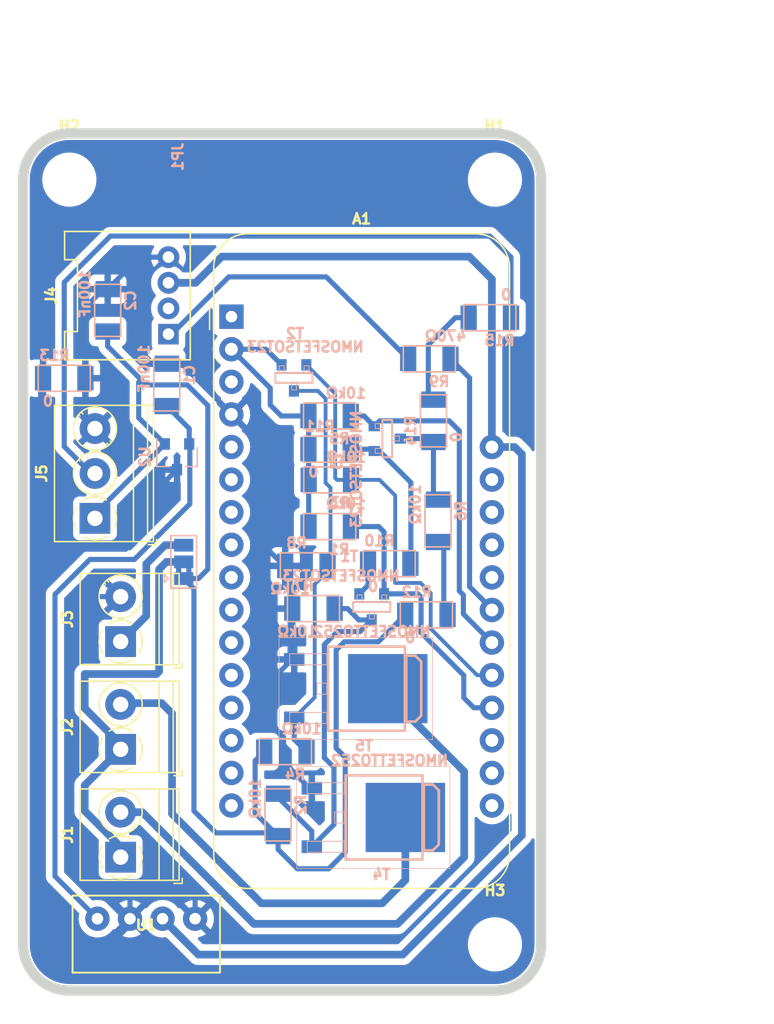
<source format=kicad_pcb>
(kicad_pcb (version 20211014) (generator pcbnew)
  (layers (0 "F.Cu" signal) (31 "B.Cu" signal) (34 "B.Paste" user) (35 "F.Paste" user) (36 "B.SilkS" user "B.Silkscreen") (37 "F.SilkS" user "F.Silkscreen") (38 "B.Mask" user) (39 "F.Mask" user) (44 "Edge.Cuts" user))
  (net 0 "")
  (net 1 "LIGHTMSFT_2_L")
  (net 2 "LIGHTMSFT_1_L")
  (net 3 "LASERPWM_L")
  (net 4 "LEDSTRIP")
  (net 5 "VBAT")
  (net 6 "3V3")
  (net 7 "GND")
  (net 8 "Net-(C1-Pad1)")
  (net 9 "5V")
  (net 10 "LIGHTMSFT_1")
  (net 11 "VOUT")
  (net 12 "LIGHTMSFT_2")
  (net 13 "VIN")
  (net 14 "LIGHTMSFT_2_H")
  (net 15 "LIGHTMSFT_1_H")
  (net 16 "LASERPWM_H")
  (net 39 "Net-(A1-Pad23)")
  (footprint "Module:Adafruit_Feather" (layer "F.Cu") (at 130.64 69.48)
    (fp_text reference "A1" (at 10.16 -7.62) (layer "F.SilkS") (effects (font (size 0.8 0.8) (thickness 0.2))))
    (fp_text value "Adafruit_Feather_32u4_BluefruitLE")
    (pad "1" thru_hole rect (at 0 0 180) (size 1.9 1.9) (drill 0.9) (layers *.Cu *.Mask))
    (pad "2" thru_hole circle (at 0 2.54 180) (size 1.9 1.9) (drill 1) (layers *.Cu *.Mask) (net 6 "3V3"))
    (pad "3" thru_hole circle (at 0 5.08 180) (size 1.9 1.9) (drill 1) (layers *.Cu *.Mask))
    (pad "4" thru_hole circle (at 0 7.62 180) (size 1.9 1.9) (drill 1) (layers *.Cu *.Mask) (net 7 "GND"))
    (pad "5" thru_hole circle (at 0 10.16 180) (size 1.9 1.9) (drill 1) (layers *.Cu *.Mask))
    (pad "6" thru_hole circle (at 0 12.7 180) (size 1.9 1.9) (drill 1) (layers *.Cu *.Mask))
    (pad "7" thru_hole circle (at 0 15.24 180) (size 1.9 1.9) (drill 1) (layers *.Cu *.Mask))
    (pad "8" thru_hole circle (at 0 17.78 180) (size 1.9 1.9) (drill 1) (layers *.Cu *.Mask))
    (pad "9" thru_hole circle (at 0 20.32 180) (size 1.9 1.9) (drill 1) (layers *.Cu *.Mask))
    (pad "10" thru_hole circle (at 0 22.86 180) (size 1.9 1.9) (drill 1) (layers *.Cu *.Mask))
    (pad "11" thru_hole circle (at 0 25.4 180) (size 1.9 1.9) (drill 1) (layers *.Cu *.Mask))
    (pad "12" thru_hole circle (at 0 27.94 180) (size 1.9 1.9) (drill 1) (layers *.Cu *.Mask))
    (pad "13" thru_hole circle (at 0 30.48 180) (size 1.9 1.9) (drill 1) (layers *.Cu *.Mask))
    (pad "14" thru_hole circle (at 0 33.02 180) (size 1.9 1.9) (drill 1) (layers *.Cu *.Mask))
    (pad "15" thru_hole circle (at 0 35.56 180) (size 1.9 1.9) (drill 1) (layers *.Cu *.Mask))
    (pad "16" thru_hole circle (at 0 38.1 180) (size 1.9 1.9) (drill 1) (layers *.Cu *.Mask))
    (pad "17" thru_hole circle (at 20.32 38.1 180) (size 1.9 1.9) (drill 1) (layers *.Cu *.Mask))
    (pad "18" thru_hole circle (at 20.32 35.56 180) (size 1.9 1.9) (drill 1) (layers *.Cu *.Mask))
    (pad "19" thru_hole circle (at 20.32 33.02 180) (size 1.9 1.9) (drill 1) (layers *.Cu *.Mask))
    (pad "20" thru_hole circle (at 20.32 30.48 180) (size 1.9 1.9) (drill 1) (layers *.Cu *.Mask) (net 1 "LIGHTMSFT_2_L"))
    (pad "21" thru_hole circle (at 20.32 27.94 180) (size 1.9 1.9) (drill 1) (layers *.Cu *.Mask) (net 2 "LIGHTMSFT_1_L"))
    (pad "22" thru_hole circle (at 20.32 25.4 180) (size 1.9 1.9) (drill 1) (layers *.Cu *.Mask) (net 3 "LASERPWM_L"))
    (pad "23" thru_hole circle (at 20.32 22.86 180) (size 1.9 1.9) (drill 1) (layers *.Cu *.Mask) (net 39 "Net-(A1-Pad23)"))
    (pad "24" thru_hole circle (at 20.32 20.32 180) (size 1.9 1.9) (drill 1) (layers *.Cu *.Mask))
    (pad "25" thru_hole circle (at 20.32 17.78 180) (size 1.9 1.9) (drill 1) (layers *.Cu *.Mask))
    (pad "26" thru_hole circle (at 20.32 15.24 180) (size 1.9 1.9) (drill 1) (layers *.Cu *.Mask))
    (pad "27" thru_hole circle (at 20.32 12.7 180) (size 1.9 1.9) (drill 1) (layers *.Cu *.Mask))
    (pad "28" thru_hole circle (at 20.32 10.16 180) (size 1.9 1.9) (drill 1) (layers *.Cu *.Mask) (net 5 "VBAT"))
  )
  (footprint "TerminalBlock_Phoenix:TerminalBlock_Phoenix_PT-1,5-2-3.5-H_1x02_P3.50mm_Horizontal" (layer "F.Cu") (at 121.999695 111.599721 90)
    (fp_text reference "J1" (at 1.75 -4.16 90) (layer "F.SilkS") (effects (font (size 0.8 0.8) (thickness 0.2))))
    (fp_text value "Screw_Terminal_01x02")
    (pad "1" thru_hole rect (at 0 0 90) (size 2.4 2.4) (drill 1.2) (layers *.Cu *.Mask) (net 11 "VOUT"))
    (pad "2" thru_hole circle (at 3.5 0 90) (size 2.4 2.4) (drill 1.2) (layers *.Cu *.Mask) (net 10 "LIGHTMSFT_1"))
  )
  (footprint "TerminalBlock_Phoenix:TerminalBlock_Phoenix_PT-1,5-2-3.5-H_1x02_P3.50mm_Horizontal" (layer "F.Cu") (at 121.999695 103.199742 90)
    (fp_text reference "J2" (at 1.75 -4.16 90) (layer "F.SilkS") (effects (font (size 0.8 0.8) (thickness 0.2))))
    (fp_text value "Screw_Terminal_01x02")
    (pad "1" thru_hole rect (at 0 0 90) (size 2.4 2.4) (drill 1.2) (layers *.Cu *.Mask) (net 11 "VOUT"))
    (pad "2" thru_hole circle (at 3.5 0 90) (size 2.4 2.4) (drill 1.2) (layers *.Cu *.Mask) (net 12 "LIGHTMSFT_2"))
  )
  (footprint "TerminalBlock_Phoenix:TerminalBlock_Phoenix_PT-1,5-2-3.5-H_1x02_P3.50mm_Horizontal" (layer "F.Cu") (at 121.999695 94.799763 90)
    (fp_text reference "J3" (at 1.75 -4.16 90) (layer "F.SilkS") (effects (font (size 0.8 0.8) (thickness 0.2))))
    (fp_text value "Screw_Terminal_01x02")
    (pad "1" thru_hole rect (at 0 0 90) (size 2.4 2.4) (drill 1.2) (layers *.Cu *.Mask) (net 13 "VIN"))
    (pad "2" thru_hole circle (at 3.5 0 90) (size 2.4 2.4) (drill 1.2) (layers *.Cu *.Mask) (net 7 "GND"))
  )
  (footprint "Converter_DCDC:Converter_DCDC_RECOM_RO_3.309S" (layer "F.Cu") (at 123.99969 116.399709)
    (fp_text reference "U1" (at 0 0.5) (layer "F.SilkS") (effects (font (size 0.8 0.8) (thickness 0.2))))
    (fp_text value "RO3.3-9S")
    (pad "1" thru_hole circle (at 3.81 0) (size 1.9 1.9) (drill 0.9) (layers *.Cu *.Mask) (net 7 "GND"))
    (pad "2" thru_hole circle (at 1.27 0) (size 1.9 1.9) (drill 0.9) (layers *.Cu *.Mask) (net 5 "VBAT"))
    (pad "3" thru_hole circle (at -1.27 0) (size 1.9 1.9) (drill 0.9) (layers *.Cu *.Mask) (net 7 "GND"))
    (pad "4" thru_hole circle (at -3.81 0) (size 1.9 1.9) (drill 0.9) (layers *.Cu *.Mask) (net 8 "Net-(C1-Pad1)"))
  )
  (footprint "OPL_Connector:HW4-2.0-90D" (layer "F.Cu") (at 122.53 67.84 90)
    (fp_text reference "J4" (at 0 -5.95 90) (layer "F.SilkS") (effects (font (size 0.8 0.8) (thickness 0.2))))
    (fp_text value "GROVE-CONNECTOR-DIP-90D_4P-2.0_")
    (pad "1" thru_hole rect (at -2.99974 3.20012 90) (size 1.6 1.6) (drill 0.9) (layers *.Cu *.Mask) (net 4 "LEDSTRIP"))
    (pad "2" thru_hole circle (at -0.99822 3.2 90) (size 1.7 1.7) (drill 0.9) (layers *.Cu *.Mask))
    (pad "3" thru_hole circle (at 0.99822 3.2 90) (size 1.7 1.7) (drill 0.9) (layers *.Cu *.Mask) (net 5 "VBAT"))
    (pad "4" thru_hole circle (at 2.99974 3.2 90) (size 1.7 1.7) (drill 0.9) (layers *.Cu *.Mask) (net 7 "GND"))
  )
  (footprint "TerminalBlock_Phoenix:TerminalBlock_Phoenix_PT-1,5-3-3.5-H_1x03_P3.50mm_Horizontal" (layer "F.Cu") (at 119.9997 85.199787 90)
    (fp_text reference "J5" (at 3.5 -4.16 90) (layer "F.SilkS") (effects (font (size 0.8 0.8) (thickness 0.2))))
    (fp_text value "Screw_Terminal_01x03")
    (pad "1" thru_hole rect (at 0 0 90) (size 2.4 2.4) (drill 1.2) (layers *.Cu *.Mask) (net 9 "5V"))
    (pad "2" thru_hole circle (at 3.5 0 90) (size 2.4 2.4) (drill 1.2) (layers *.Cu *.Mask) (net 16 "LASERPWM_H"))
    (pad "3" thru_hole circle (at 7 0 90) (size 2.4 2.4) (drill 1.2) (layers *.Cu *.Mask) (net 7 "GND"))
  )
  (footprint "MountingHole:MountingHole_3.2mm_M3" (layer "F.Cu") (at 151.199622 58.799853)
    (fp_text reference "H1" (at 0 -4.2) (layer "F.SilkS") (effects (font (size 0.8 0.8) (thickness 0.2))))
    (fp_text value "MountingHole")
    (pad "" np_thru_hole circle (at 0 0) (size 3.2 3.2) (drill 3.2) (layers *.Cu *.Mask))
  )
  (footprint "MountingHole:MountingHole_3.2mm_M3" (layer "F.Cu") (at 117.999705 58.799853)
    (fp_text reference "H2" (at 0 -4.2) (layer "F.SilkS") (effects (font (size 0.8 0.8) (thickness 0.2))))
    (fp_text value "MountingHole")
    (pad "" np_thru_hole circle (at 0 0) (size 3.2 3.2) (drill 3.2) (layers *.Cu *.Mask))
  )
  (footprint "MountingHole:MountingHole_3.2mm_M3" (layer "F.Cu") (at 151.199622 118.399704)
    (fp_text reference "H3" (at 0 -4.2) (layer "F.SilkS") (effects (font (size 0.8 0.8) (thickness 0.2))))
    (fp_text value "MountingHole")
    (pad "" np_thru_hole circle (at 0 0) (size 3.2 3.2) (drill 3.2) (layers *.Cu *.Mask))
  )
  (footprint "fab:fab-C1206FAB" (layer "B.Cu") (at 125.599686 74.799813 90)
    (fp_text reference "C1" (at 0.762 1.778 270) (layer "B.SilkS") (effects (font (size 0.8 0.8) (thickness 0.2)) (justify mirror)))
    (fp_text value "100nF" (at 1.27 -1.778 270) (layer "B.SilkS") (effects (font (size 0.8 0.8) (thickness 0.2)) (justify mirror)))
    (pad "1" smd rect locked (at -1.651 0 90) (size 1.27 1.905) (layers "B.Cu" "B.Paste" "B.Mask") (net 8 "Net-(C1-Pad1)"))
    (pad "2" smd rect locked (at 1.651 0 90) (size 1.27 1.905) (layers "B.Cu" "B.Paste" "B.Mask") (net 7 "GND"))
  )
  (footprint "fab:fab-C1206FAB" (layer "B.Cu") (at 120.99 68.99 90)
    (fp_text reference "C2" (at 0.762 1.778 270) (layer "B.SilkS") (effects (font (size 0.8 0.8) (thickness 0.2)) (justify mirror)))
    (fp_text value "100nF" (at 1.27 -1.778 270) (layer "B.SilkS") (effects (font (size 0.8 0.8) (thickness 0.2)) (justify mirror)))
    (pad "1" smd rect locked (at -1.651 0 90) (size 1.27 1.905) (layers "B.Cu" "B.Paste" "B.Mask") (net 9 "5V"))
    (pad "2" smd rect locked (at 1.651 0 90) (size 1.27 1.905) (layers "B.Cu" "B.Paste" "B.Mask") (net 7 "GND"))
  )
  (footprint "Jumper:SolderJumper-3_P1.3mm_Bridged2Bar12_Pad1.0x1.5mm" (layer "B.Cu") (at 126.9225 88.59 90)
    (fp_text reference "JP1" (at 31.564001 -0.4545 90) (layer "B.SilkS") (effects (font (size 0.8 0.8) (thickness 0.2)) (justify mirror)))
    (fp_text value "SolderJumper_3_Bridged12")
    (fp_poly (pts (xy -0.9 0.6) (xy -0.4 0.6) (xy -0.4 0.2) (xy -0.9 0.2)) (layer "B.Cu") (width 0) (fill solid))
    (fp_poly (pts (xy -0.9 -0.2) (xy -0.4 -0.2) (xy -0.4 -0.6) (xy -0.9 -0.6)) (layer "B.Cu") (width 0) (fill solid))
    (pad "1" smd rect locked (at -1.3 0 90) (size 1 1.5) (layers "B.Cu" "B.Mask") (net 9 "5V"))
    (pad "2" smd rect locked (at 0 0 90) (size 1 1.5) (layers "B.Cu" "B.Mask") (net 11 "VOUT"))
    (pad "3" smd rect locked (at 1.3 0 90) (size 1 1.5) (layers "B.Cu" "B.Mask") (net 13 "VIN"))
  )
  (footprint "fab:fab-R1206FAB" (layer "B.Cu") (at 138.31 85.84)
    (fp_text reference "R1" (at 0.762 1.778) (layer "B.SilkS") (effects (font (size 0.8 0.8) (thickness 0.2)) (justify mirror)))
    (fp_text value "10kΩ" (at 1.27 -1.778) (layer "B.SilkS") (effects (font (size 0.8 0.8) (thickness 0.2)) (justify mirror)))
    (pad "1" smd rect locked (at -1.651 0) (size 1.27 1.905) (layers "B.Cu" "B.Paste" "B.Mask") (net 6 "3V3"))
    (pad "2" smd rect locked (at 1.651 0) (size 1.27 1.905) (layers "B.Cu" "B.Paste" "B.Mask") (net 1 "LIGHTMSFT_2_L"))
  )
  (footprint "fab:fab-R1206FAB" (layer "B.Cu") (at 134.28 108.31 90)
    (fp_text reference "R2" (at 0.762 1.778 90) (layer "B.SilkS") (effects (font (size 0.8 0.8) (thickness 0.2)) (justify mirror)))
    (fp_text value "10kΩ" (at 1.27 -1.778 90) (layer "B.SilkS") (effects (font (size 0.8 0.8) (thickness 0.2)) (justify mirror)))
    (pad "1" smd rect locked (at -1.651 0 90) (size 1.27 1.905) (layers "B.Cu" "B.Paste" "B.Mask") (net 9 "5V"))
    (pad "2" smd rect locked (at 1.651 0 90) (size 1.27 1.905) (layers "B.Cu" "B.Paste" "B.Mask") (net 14 "LIGHTMSFT_2_H"))
  )
  (footprint "fab:fab-R1206FAB" (layer "B.Cu") (at 138.32 82.2)
    (fp_text reference "R3" (at 0.762 1.778) (layer "B.SilkS") (effects (font (size 0.8 0.8) (thickness 0.2)) (justify mirror)))
    (fp_text value "10kΩ" (at 1.27 -1.778) (layer "B.SilkS") (effects (font (size 0.8 0.8) (thickness 0.2)) (justify mirror)))
    (pad "1" smd rect locked (at -1.651 0) (size 1.27 1.905) (layers "B.Cu" "B.Paste" "B.Mask") (net 6 "3V3"))
    (pad "2" smd rect locked (at 1.651 0) (size 1.27 1.905) (layers "B.Cu" "B.Paste" "B.Mask") (net 2 "LIGHTMSFT_1_L"))
  )
  (footprint "fab:fab-R1206FAB" (layer "B.Cu") (at 134.85 103.38)
    (fp_text reference "R4" (at 0.762 1.778) (layer "B.SilkS") (effects (font (size 0.8 0.8) (thickness 0.2)) (justify mirror)))
    (fp_text value "10kΩ" (at 1.27 -1.778) (layer "B.SilkS") (effects (font (size 0.8 0.8) (thickness 0.2)) (justify mirror)))
    (pad "1" smd rect locked (at -1.651 0) (size 1.27 1.905) (layers "B.Cu" "B.Paste" "B.Mask") (net 9 "5V"))
    (pad "2" smd rect locked (at 1.651 0) (size 1.27 1.905) (layers "B.Cu" "B.Paste" "B.Mask") (net 15 "LIGHTMSFT_1_H"))
  )
  (footprint "fab:fab-R1206FAB" (layer "B.Cu") (at 138.3 77.22)
    (fp_text reference "R5" (at 0.762 1.778) (layer "B.SilkS") (effects (font (size 0.8 0.8) (thickness 0.2)) (justify mirror)))
    (fp_text value "10kΩ" (at 1.27 -1.778) (layer "B.SilkS") (effects (font (size 0.8 0.8) (thickness 0.2)) (justify mirror)))
    (pad "1" smd rect locked (at -1.651 0) (size 1.27 1.905) (layers "B.Cu" "B.Paste" "B.Mask") (net 6 "3V3"))
    (pad "2" smd rect locked (at 1.651 0) (size 1.27 1.905) (layers "B.Cu" "B.Paste" "B.Mask") (net 3 "LASERPWM_L"))
  )
  (footprint "fab:fab-R1206FAB" (layer "B.Cu") (at 146.76 85.39 90)
    (fp_text reference "R6" (at 0.762 1.778 90) (layer "B.SilkS") (effects (font (size 0.8 0.8) (thickness 0.2)) (justify mirror)))
    (fp_text value "10kΩ" (at 1.27 -1.778 90) (layer "B.SilkS") (effects (font (size 0.8 0.8) (thickness 0.2)) (justify mirror)))
    (pad "1" smd rect locked (at -1.651 0 90) (size 1.27 1.905) (layers "B.Cu" "B.Paste" "B.Mask") (net 9 "5V"))
    (pad "2" smd rect locked (at 1.651 0 90) (size 1.27 1.905) (layers "B.Cu" "B.Paste" "B.Mask") (net 16 "LASERPWM_H"))
  )
  (footprint "fab:fab-R1206FAB" (layer "B.Cu") (at 137.04 92.23 180)
    (fp_text reference "R7" (at 0.762 1.778) (layer "B.SilkS") (effects (font (size 0.8 0.8) (thickness 0.2)) (justify mirror)))
    (fp_text value "10kΩ" (at 1.27 -1.778) (layer "B.SilkS") (effects (font (size 0.8 0.8) (thickness 0.2)) (justify mirror)))
    (pad "1" smd rect locked (at -1.651 0 180) (size 1.27 1.905) (layers "B.Cu" "B.Paste" "B.Mask") (net 14 "LIGHTMSFT_2_H"))
    (pad "2" smd rect locked (at 1.651 0 180) (size 1.27 1.905) (layers "B.Cu" "B.Paste" "B.Mask") (net 7 "GND"))
  )
  (footprint "fab:fab-R1206FAB" (layer "B.Cu") (at 136.49 88.9 180)
    (fp_text reference "R8" (at 0.762 1.778) (layer "B.SilkS") (effects (font (size 0.8 0.8) (thickness 0.2)) (justify mirror)))
    (fp_text value "10kΩ" (at 1.27 -1.778) (layer "B.SilkS") (effects (font (size 0.8 0.8) (thickness 0.2)) (justify mirror)))
    (pad "1" smd rect locked (at -1.651 0 180) (size 1.27 1.905) (layers "B.Cu" "B.Paste" "B.Mask") (net 15 "LIGHTMSFT_1_H"))
    (pad "2" smd rect locked (at 1.651 0 180) (size 1.27 1.905) (layers "B.Cu" "B.Paste" "B.Mask") (net 7 "GND"))
  )
  (footprint "fab:fab-SOT-23" (layer "B.Cu") (at 141.61 92.1 180)
    (fp_text reference "T1" (at 1.778 3.937) (layer "B.SilkS") (effects (font (size 0.8 0.8) (thickness 0.2)) (justify mirror)))
    (fp_text value "NMOSFETSOT23" (at 2.413 2.413) (layer "B.SilkS") (effects (font (size 0.8 0.8) (thickness 0.2)) (justify mirror)))
    (pad "1" smd rect locked (at 0.0254 -1.016 180) (size 0.7874 0.889) (layers "B.Cu" "B.Paste" "B.Mask") (net 14 "LIGHTMSFT_2_H"))
    (pad "2" smd rect locked (at -0.9398 1.016 180) (size 0.7874 0.889) (layers "B.Cu" "B.Paste" "B.Mask") (net 1 "LIGHTMSFT_2_L"))
    (pad "3" smd rect locked (at 0.9906 1.016 180) (size 0.7874 0.889) (layers "B.Cu" "B.Paste" "B.Mask") (net 6 "3V3"))
  )
  (footprint "fab:fab-SOT-23" (layer "B.Cu") (at 135.5454 74.25 180)
    (fp_text reference "T2" (at -0.054261 3.450177) (layer "B.SilkS") (effects (font (size 0.8 0.8) (thickness 0.2)) (justify mirror)))
    (fp_text value "NMOSFETSOT23" (at -0.854259 2.413) (layer "B.SilkS") (effects (font (size 0.8 0.8) (thickness 0.2)) (justify mirror)))
    (pad "1" smd rect locked (at 0.0254 -1.016 180) (size 0.7874 0.889) (layers "B.Cu" "B.Paste" "B.Mask") (net 15 "LIGHTMSFT_1_H"))
    (pad "2" smd rect locked (at -0.9398 1.016 180) (size 0.7874 0.889) (layers "B.Cu" "B.Paste" "B.Mask") (net 2 "LIGHTMSFT_1_L"))
    (pad "3" smd rect locked (at 0.9906 1.016 180) (size 0.7874 0.889) (layers "B.Cu" "B.Paste" "B.Mask") (net 6 "3V3"))
  )
  (footprint "fab:fab-SOT-23" (layer "B.Cu") (at 142.799643 78.96 -90)
    (fp_text reference "T3" (at 1.778 3.937 90) (layer "B.SilkS") (effects (font (size 0.8 0.8) (thickness 0.2)) (justify mirror)))
    (fp_text value "NMOSFETSOT23" (at 2.413 2.413 90) (layer "B.SilkS") (effects (font (size 0.8 0.8) (thickness 0.2)) (justify mirror)))
    (pad "1" smd rect locked (at 0.0254 -1.016 270) (size 0.7874 0.889) (layers "B.Cu" "B.Paste" "B.Mask") (net 16 "LASERPWM_H"))
    (pad "2" smd rect locked (at -0.9398 1.016 270) (size 0.7874 0.889) (layers "B.Cu" "B.Paste" "B.Mask") (net 3 "LASERPWM_L"))
    (pad "3" smd rect locked (at 0.9906 1.016 270) (size 0.7874 0.889) (layers "B.Cu" "B.Paste" "B.Mask") (net 6 "3V3"))
  )
  (footprint "fab:fab-TO252" (layer "B.Cu") (at 141.71 108.51 90)
    (fp_text reference "T4" (at -4.445 0.635) (layer "B.SilkS") (effects (font (size 0.8 0.8) (thickness 0.2)) (justify mirror)))
    (fp_text value "NMOSFETTO252" (at 4.445 1.27) (layer "B.SilkS") (effects (font (size 0.8 0.8) (thickness 0.2)) (justify mirror)))
    (pad "1" smd rect locked (at -2.27838 -4.79806 90) (size 0.99822 1.59766) (layers "B.Cu" "B.Paste" "B.Mask") (net 14 "LIGHTMSFT_2_H"))
    (pad "2" smd rect locked (at 2.27838 -4.79806 90) (size 0.99822 1.59766) (layers "B.Cu" "B.Paste" "B.Mask") (net 7 "GND"))
    (pad "3" smd rect locked (at 0 2.49936 90) (size 5.3975 6.1976) (layers "B.Cu" "B.Paste" "B.Mask") (net 12 "LIGHTMSFT_2"))
  )
  (footprint "fab:fab-TO252" (layer "B.Cu") (at 140.34 98.47 90)
    (fp_text reference "T5" (at -4.445 0.635) (layer "B.SilkS") (effects (font (size 0.8 0.8) (thickness 0.2)) (justify mirror)))
    (fp_text value "NMOSFETTO252" (at 4.445 1.27) (layer "B.SilkS") (effects (font (size 0.8 0.8) (thickness 0.2)) (justify mirror)))
    (pad "1" smd rect locked (at -2.27838 -4.79806 90) (size 0.99822 1.59766) (layers "B.Cu" "B.Paste" "B.Mask") (net 15 "LIGHTMSFT_1_H"))
    (pad "2" smd rect locked (at 2.27838 -4.79806 90) (size 0.99822 1.59766) (layers "B.Cu" "B.Paste" "B.Mask") (net 7 "GND"))
    (pad "3" smd rect locked (at 0 2.49936 90) (size 5.3975 6.1976) (layers "B.Cu" "B.Paste" "B.Mask") (net 10 "LIGHTMSFT_1"))
  )
  (footprint "Package_TO_SOT_SMD:SOT-23" (layer "B.Cu") (at 126.399684 80.399799 -90)
    (fp_text reference "U2" (at 0 2.5 90) (layer "B.SilkS") (effects (font (size 0.8 0.8) (thickness 0.2)) (justify mirror)))
    (fp_text value "LM3480-5.0")
    (pad "1" smd rect locked (at -1 0.95 270) (size 0.9 0.8) (layers "B.Cu" "B.Paste" "B.Mask") (net 9 "5V"))
    (pad "2" smd rect locked (at -1 -0.95 270) (size 0.9 0.8) (layers "B.Cu" "B.Paste" "B.Mask") (net 8 "Net-(C1-Pad1)"))
    (pad "3" smd rect locked (at 1 0 270) (size 0.9 0.8) (layers "B.Cu" "B.Paste" "B.Mask") (net 7 "GND"))
  )
  (footprint "fab:fab-R1206FAB" (layer "B.Cu") (at 138.3 79.81 180)
    (fp_text reference "R11" (at 0.762 1.778) (layer "B.SilkS") (effects (font (size 0.8 0.8) (thickness 0.2)) (justify mirror)))
    (fp_text value "0" (at 1.27 -1.778) (layer "B.SilkS") (effects (font (size 0.8 0.8) (thickness 0.2)) (justify mirror)))
    (pad "1" smd rect locked (at -1.651 0 180) (size 1.27 1.905) (layers "B.Cu" "B.Paste" "B.Mask") (net 6 "3V3"))
    (pad "2" smd rect locked (at 1.651 0 180) (size 1.27 1.905) (layers "B.Cu" "B.Paste" "B.Mask") (net 6 "3V3"))
  )
  (footprint "fab:fab-R1206FAB" (layer "B.Cu") (at 117.6 74.28 180)
    (fp_text reference "R13" (at 0.762 1.778) (layer "B.SilkS") (effects (font (size 0.8 0.8) (thickness 0.2)) (justify mirror)))
    (fp_text value "0" (at 1.27 -1.778) (layer "B.SilkS") (effects (font (size 0.8 0.8) (thickness 0.2)) (justify mirror)))
    (pad "1" smd rect locked (at -1.651 0 180) (size 1.27 1.905) (layers "B.Cu" "B.Paste" "B.Mask") (net 7 "GND"))
    (pad "2" smd rect locked (at 1.651 0 180) (size 1.27 1.905) (layers "B.Cu" "B.Paste" "B.Mask") (net 7 "GND"))
  )
  (footprint "fab:fab-R1206FAB" (layer "B.Cu") (at 142.95 88.73 180)
    (fp_text reference "R10" (at 0.762 1.778) (layer "B.SilkS") (effects (font (size 0.8 0.8) (thickness 0.2)) (justify mirror)))
    (fp_text value "0" (at 1.27 -1.778) (layer "B.SilkS") (effects (font (size 0.8 0.8) (thickness 0.2)) (justify mirror)))
    (pad "1" smd rect locked (at -1.651 0 180) (size 1.27 1.905) (layers "B.Cu" "B.Paste" "B.Mask") (net 6 "3V3"))
    (pad "2" smd rect locked (at 1.651 0 180) (size 1.27 1.905) (layers "B.Cu" "B.Paste" "B.Mask") (net 6 "3V3"))
  )
  (footprint "fab:fab-R1206FAB" (layer "B.Cu") (at 150.799623 69.56)
    (fp_text reference "R15" (at 0.762 1.778) (layer "B.SilkS") (effects (font (size 0.8 0.8) (thickness 0.2)) (justify mirror)))
    (fp_text value "0" (at 1.27 -1.778) (layer "B.SilkS") (effects (font (size 0.8 0.8) (thickness 0.2)) (justify mirror)))
    (pad "1" smd rect locked (at -1.651 0) (size 1.27 1.905) (layers "B.Cu" "B.Paste" "B.Mask") (net 16 "LASERPWM_H"))
    (pad "2" smd rect locked (at 1.651 0) (size 1.27 1.905) (layers "B.Cu" "B.Paste" "B.Mask") (net 16 "LASERPWM_H"))
  )
  (footprint "fab:fab-R1206FAB" (layer "B.Cu") (at 146.08 72.77)
    (fp_text reference "R9" (at 0.762 1.778) (layer "B.SilkS") (effects (font (size 0.8 0.8) (thickness 0.2)) (justify mirror)))
    (fp_text value "470Ω" (at 1.27 -1.778) (layer "B.SilkS") (effects (font (size 0.8 0.8) (thickness 0.2)) (justify mirror)))
    (pad "1" smd rect locked (at -1.651 0) (size 1.27 1.905) (layers "B.Cu" "B.Paste" "B.Mask") (net 4 "LEDSTRIP"))
    (pad "2" smd rect locked (at 1.651 0) (size 1.27 1.905) (layers "B.Cu" "B.Paste" "B.Mask") (net 39 "Net-(A1-Pad23)"))
  )
  (footprint "fab:fab-R1206FAB" (layer "B.Cu") (at 146.399634 77.599806 -90)
    (fp_text reference "R14" (at 0.762 1.778 90) (layer "B.SilkS") (effects (font (size 0.8 0.8) (thickness 0.2)) (justify mirror)))
    (fp_text value "0" (at 1.27 -1.778 90) (layer "B.SilkS") (effects (font (size 0.8 0.8) (thickness 0.2)) (justify mirror)))
    (pad "1" smd rect locked (at -1.651 0 270) (size 1.27 1.905) (layers "B.Cu" "B.Paste" "B.Mask") (net 16 "LASERPWM_H"))
    (pad "2" smd rect locked (at 1.651 0 270) (size 1.27 1.905) (layers "B.Cu" "B.Paste" "B.Mask") (net 16 "LASERPWM_H"))
  )
  (footprint "fab:fab-R1206FAB" (layer "B.Cu") (at 145.85 92.72 180)
    (fp_text reference "R12" (at 0.762 1.778) (layer "B.SilkS") (effects (font (size 0.8 0.8) (thickness 0.2)) (justify mirror)))
    (fp_text value "0" (at 1.27 -1.778) (layer "B.SilkS") (effects (font (size 0.8 0.8) (thickness 0.2)) (justify mirror)))
    (pad "1" smd rect locked (at -1.651 0 180) (size 1.27 1.905) (layers "B.Cu" "B.Paste" "B.Mask") (net 9 "5V"))
    (pad "2" smd rect locked (at 1.651 0 180) (size 1.27 1.905) (layers "B.Cu" "B.Paste" "B.Mask") (net 9 "5V"))
  )
  (gr_arc (start 151.199622 55.199862) (mid 153.7452 56.254275) (end 154.799613 58.799853) (layer "Edge.Cuts") (width 0.8))
  (gr_line (start 154.799613 58.799853) (end 154.799613 118.399704) (layer "Edge.Cuts") (width 0.8))
  (gr_arc (start 154.799613 118.399704) (mid 153.7452 120.945282) (end 151.199622 121.999695) (layer "Edge.Cuts") (width 0.8))
  (gr_line (start 151.199622 55.199862) (end 117.999705 55.199862) (layer "Edge.Cuts") (width 0.8))
  (gr_line (start 114.399714 118.399704) (end 114.399714 58.799853) (layer "Edge.Cuts") (width 0.8))
  (gr_arc (start 114.399714 58.799853) (mid 115.454127 56.254275) (end 117.999705 55.199862) (layer "Edge.Cuts") (width 0.8))
  (gr_arc (start 117.999705 121.999695) (mid 115.454127 120.945282) (end 114.399714 118.399704) (layer "Edge.Cuts") (width 0.8))
  (gr_line (start 151.199622 121.999695) (end 117.999705 121.999695) (layer "Edge.Cuts") (width 0.8))
  (segment (start 145.436969 94.106951) (end 148.767689 97.437671) (width 0.4) (layer "B.Cu") (net 1))
  (segment (start 142.129308 85.84) (end 139.961 85.84) (width 0.4) (layer "B.Cu") (net 1))
  (segment (start 142.5498 86.260492) (end 142.129308 85.84) (width 0.4) (layer "B.Cu") (net 1))
  (segment (start 142.5498 91.084) (end 142.5498 86.260492) (width 0.4) (layer "B.Cu") (net 1))
  (segment (start 142.5498 91.084) (end 145.185498 91.084) (width 0.4) (layer "B.Cu") (net 1))
  (segment (start 145.436969 91.335471) (end 145.436969 94.106951) (width 0.4) (layer "B.Cu") (net 1))
  (segment (start 145.185498 91.084) (end 145.436969 91.335471) (width 0.4) (layer "B.Cu") (net 1))
  (segment (start 149.55 99.96) (end 150.96 99.96) (width 0.4) (layer "B.Cu") (net 1))
  (segment (start 148.767689 97.437671) (end 148.767689 99.177689) (width 0.4) (layer "B.Cu") (net 1))
  (segment (start 148.767689 99.177689) (end 149.55 99.96) (width 0.4) (layer "B.Cu") (net 1))
  (segment (start 139.971 82.2) (end 142.19985 82.2) (width 0.3) (layer "B.Cu") (net 2))
  (segment (start 146.186489 93.796489) (end 149.81 97.42) (width 0.3) (layer "B.Cu") (net 2))
  (segment (start 138.89 82.2) (end 139.971 82.2) (width 0.3) (layer "B.Cu") (net 2))
  (segment (start 143.416489 90.232011) (end 145.393491 90.232011) (width 0.3) (layer "B.Cu") (net 2))
  (segment (start 138.736489 75.485289) (end 138.736489 82.046489) (width 0.3) (layer "B.Cu") (net 2))
  (segment (start 138.736489 82.046489) (end 138.89 82.2) (width 0.3) (layer "B.Cu") (net 2))
  (segment (start 142.19985 82.2) (end 143.416489 83.416639) (width 0.3) (layer "B.Cu") (net 2))
  (segment (start 146.186489 91.025009) (end 146.186489 93.796489) (width 0.3) (layer "B.Cu") (net 2))
  (segment (start 136.4852 73.234) (end 138.736489 75.485289) (width 0.3) (layer "B.Cu") (net 2))
  (segment (start 145.393491 90.232011) (end 146.186489 91.025009) (width 0.3) (layer "B.Cu") (net 2))
  (segment (start 149.81 97.42) (end 150.96 97.42) (width 0.3) (layer "B.Cu") (net 2))
  (segment (start 143.416489 83.416639) (end 143.416489 90.232011) (width 0.3) (layer "B.Cu") (net 2))
  (segment (start 148.42 78.379433) (end 148.42 90.852478) (width 0.4) (layer "B.Cu") (net 3))
  (segment (start 148.735511 92.655511) (end 150.96 94.88) (width 0.4) (layer "B.Cu") (net 3))
  (segment (start 147.640373 77.599806) (end 148.42 78.379433) (width 0.4) (layer "B.Cu") (net 3))
  (segment (start 142.204037 77.599806) (end 147.640373 77.599806) (width 0.4) (layer "B.Cu") (net 3))
  (segment (start 148.42 90.852478) (end 148.735511 91.167989) (width 0.4) (layer "B.Cu") (net 3))
  (segment (start 139.951 77.22) (end 140.983443 77.22) (width 0.4) (layer "B.Cu") (net 3))
  (segment (start 148.735511 91.167989) (end 148.735511 92.655511) (width 0.4) (layer "B.Cu") (net 3))
  (segment (start 141.783643 78.0202) (end 142.204037 77.599806) (width 0.4) (layer "B.Cu") (net 3))
  (segment (start 140.983443 77.22) (end 141.783643 78.0202) (width 0.4) (layer "B.Cu") (net 3))
  (segment (start 125.73012 70.83974) (end 125.98026 70.83974) (width 0.4) (layer "B.Cu") (net 4))
  (segment (start 130.44 66.38) (end 138.039 66.38) (width 0.4) (layer "B.Cu") (net 4))
  (segment (start 125.98026 70.83974) (end 130.44 66.38) (width 0.4) (layer "B.Cu") (net 4))
  (segment (start 138.039 66.38) (end 144.429 72.77) (width 0.4) (layer "B.Cu") (net 4))
  (segment (start 150.96 79.64) (end 150.96 79.847238) (width 0.6) (layer "B.Cu") (net 5))
  (segment (start 152.74 79.64) (end 150.96 79.64) (width 0.6) (layer "B.Cu") (net 5))
  (segment (start 125.26969 116.399709) (end 128.069683 119.199702) (width 0.6) (layer "B.Cu") (net 5))
  (segment (start 129.890162 64.799838) (end 149.199627 64.799838) (width 0.6) (layer "B.Cu") (net 5))
  (segment (start 143.99964 119.199702) (end 153.3 109.899342) (width 0.6) (layer "B.Cu") (net 5))
  (segment (start 150.96 66.560211) (end 150.96 79.64) (width 0.6) (layer "B.Cu") (net 5))
  (segment (start 153.3 80.2) (end 152.74 79.64) (width 0.6) (layer "B.Cu") (net 5))
  (segment (start 149.199627 64.799838) (end 150.96 66.560211) (width 0.6) (layer "B.Cu") (net 5))
  (segment (start 125.73 66.84178) (end 127.84822 66.84178) (width 0.6) (layer "B.Cu") (net 5))
  (segment (start 153.3 109.899342) (end 153.3 80.2) (width 0.6) (layer "B.Cu") (net 5))
  (segment (start 128.069683 119.199702) (end 143.99964 119.199702) (width 0.6) (layer "B.Cu") (net 5))
  (segment (start 127.84822 66.84178) (end 129.890162 64.799838) (width 0.6) (layer "B.Cu") (net 5))
  (segment (start 139.951 79.81) (end 141.643043 79.81) (width 0.4) (layer "B.Cu") (net 6))
  (segment (start 144.641 82.407958) (end 142.183642 79.9506) (width 0.4) (layer "B.Cu") (net 6))
  (segment (start 142.183642 79.9506) (end 141.783643 79.9506) (width 0.4) (layer "B.Cu") (net 6))
  (segment (start 133.3408 72.02) (end 134.5548 73.234) (width 0.4) (layer "B.Cu") (net 6))
  (segment (start 133.67 75.05) (end 133.67 76.361) (width 0.4) (layer "B.Cu") (net 6))
  (segment (start 130.64 72.02) (end 133.3408 72.02) (width 0.4) (layer "B.Cu") (net 6))
  (segment (start 141.643043 79.81) (end 141.783643 79.9506) (width 0.4) (layer "B.Cu") (net 6))
  (segment (start 130.64 72.02) (end 133.67 75.05) (width 0.4) (layer "B.Cu") (net 6))
  (segment (start 136.669 77.24) (end 136.669 82.2) (width 0.4) (layer "B.Cu") (net 6))
  (segment (start 136.669 85.83) (end 136.659 85.84) (width 0.4) (layer "B.Cu") (net 6))
  (segment (start 144.601 88.73) (end 144.641 88.69) (width 0.4) (layer "B.Cu") (net 6))
  (segment (start 133.67 76.361) (end 134.529 77.22) (width 0.4) (layer "B.Cu") (net 6))
  (segment (start 134.529 77.22) (end 136.649 77.22) (width 0.4) (layer "B.Cu") (net 6))
  (segment (start 136.669 82.2) (end 136.669 85.83) (width 0.4) (layer "B.Cu") (net 6))
  (segment (start 136.649 77.22) (end 136.669 77.24) (width 0.4) (layer "B.Cu") (net 6))
  (segment (start 141.299 88.73) (end 141.299 90.4044) (width 0.4) (layer "B.Cu") (net 6))
  (segment (start 144.641 88.69) (end 144.641 82.407958) (width 0.4) (layer "B.Cu") (net 6))
  (segment (start 141.299 90.4044) (end 140.6194 91.084) (width 0.4) (layer "B.Cu") (net 6))
  (segment (start 122.72969 116.869711) (end 122.72969 116.399709) (width 0.4) (layer "B.Cu") (net 7))
  (segment (start 123.599691 72.229691) (end 123.599691 64.84026) (width 0.4) (layer "B.Cu") (net 7))
  (segment (start 132.99 87.13) (end 135.219 89.359) (width 0.4) (layer "B.Cu") (net 7))
  (segment (start 126.399684 81.399799) (end 125.599686 82.199797) (width 0.4) (layer "B.Cu") (net 7))
  (segment (start 115.949 74.28) (end 115.76 74.469) (width 0.4) (layer "B.Cu") (net 7))
  (segment (start 130.64 77.1) (end 132.99 79.45) (width 0.4) (layer "B.Cu") (net 7))
  (segment (start 119.9997 78.199787) (end 119.250706 77.450793) (width 0.4) (layer "B.Cu") (net 7))
  (segment (start 132.99 79.45) (end 132.99 87.13) (width 0.4) (layer "B.Cu") (net 7))
  (segment (start 135.219 95.86868) (end 135.54194 96.19162) (width 0.4) (layer "B.Cu") (net 7))
  (segment (start 120.99 67.339) (end 123.48874 64.84026) (width 0.4) (layer "B.Cu") (net 7))
  (segment (start 122.399694 87.599781) (end 117.599706 87.599781) (width 0.4) (layer "B.Cu") (net 7))
  (segment (start 123.48874 64.84026) (end 125.73 64.84026) (width 0.4) (layer "B.Cu") (net 7))
  (segment (start 127.80969 116.399709) (end 127.80969 114.869709) (width 0.4) (layer "B.Cu") (net 7))
  (segment (start 123.139685 114.399714) (end 122.72969 114.809709) (width 0.4) (layer "B.Cu") (net 7))
  (segment (start 127.80969 114.869709) (end 127.339695 114.399714) (width 0.4) (layer "B.Cu") (net 7))
  (segment (start 117.599706 87.599781) (end 115.99971 85.999785) (width 0.4) (layer "B.Cu") (net 7))
  (segment (start 135.219 89.359) (end 135.219 95.86868) (width 0.4) (layer "B.Cu") (net 7))
  (segment (start 124.64 73.27) (end 123.599691 72.229691) (width 0.4) (layer "B.Cu") (net 7))
  (segment (start 122.72969 114.809709) (end 122.72969 116.399709) (width 0.4) (layer "B.Cu") (net 7))
  (segment (start 117.98 111.980015) (end 122.399694 116.399709) (width 0.4) (layer "B.Cu") (net 7))
  (segment (start 121.999695 91.299763) (end 119.599701 91.299763) (width 0.4) (layer "B.Cu") (net 7))
  (segment (start 121.199697 118.399704) (end 122.72969 116.869711) (width 0.4) (layer "B.Cu") (net 7))
  (segment (start 115.76 74.469) (end 115.76 114.960002) (width 0.4) (layer "B.Cu") (net 7))
  (segment (start 135.37838 96.19162) (end 133.64 97.93) (width 0.4) (layer "B.Cu") (net 7))
  (segment (start 130.64 77.040134) (end 126.869866 73.27) (width 0.4) (layer "B.Cu") (net 7))
  (segment (start 119.199702 118.399704) (end 121.199697 118.399704) (width 0.4) (layer "B.Cu") (net 7))
  (segment (start 115.76 114.960002) (end 119.199702 118.399704) (width 0.4) (layer "B.Cu") (net 7))
  (segment (start 127.339695 114.399714) (end 123.139685 114.399714) (width 0.4) (layer "B.Cu") (net 7))
  (segment (start 134.71 104.2) (end 136.74162 106.23162) (width 0.4) (layer "B.Cu") (net 7))
  (segment (start 119.599701 91.299763) (end 117.98 92.919464) (width 0.4) (layer "B.Cu") (net 7))
  (segment (start 119.250706 77.450793) (end 119.250706 68.748824) (width 0.4) (layer "B.Cu") (net 7))
  (segment (start 122.399694 116.399709) (end 122.72969 116.399709) (width 0.4) (layer "B.Cu") (net 7))
  (segment (start 125.599686 82.199797) (end 125.599686 84.399789) (width 0.4) (layer "B.Cu") (net 7))
  (segment (start 135.54194 96.19162) (end 135.37838 96.19162) (width 0.4) (layer "B.Cu") (net 7))
  (segment (start 133.64 97.93) (end 133.64 101.18) (width 0.4) (layer "B.Cu") (net 7))
  (segment (start 130.64 77.1) (end 130.64 77.040134) (width 0.4) (layer "B.Cu") (net 7))
  (segment (start 125.599686 84.399789) (end 122.399694 87.599781) (width 0.4) (layer "B.Cu") (net 7))
  (segment (start 120.66053 67.339) (end 120.99 67.339) (width 0.4) (layer "B.Cu") (net 7))
  (segment (start 136.74162 106.23162) (end 136.91194 106.23162) (width 0.4) (layer "B.Cu") (net 7))
  (segment (start 133.64 101.18) (end 134.71 102.25) (width 0.4) (layer "B.Cu") (net 7))
  (segment (start 123.599691 64.84026) (end 125.73 64.84026) (width 0.4) (layer "B.Cu") (net 7))
  (segment (start 117.98 92.919464) (end 117.98 111.980015) (width 0.4) (layer "B.Cu") (net 7))
  (segment (start 119.250706 68.748824) (end 120.66053 67.339) (width 0.4) (layer "B.Cu") (net 7))
  (segment (start 126.869866 73.27) (end 124.64 73.27) (width 0.4) (layer "B.Cu") (net 7))
  (segment (start 134.71 102.25) (end 134.71 104.2) (width 0.4) (layer "B.Cu") (net 7))
  (segment (start 116.88 91.11948) (end 116.88 113.090019) (width 0.4) (layer "B.Cu") (net 8))
  (segment (start 127.349684 78.200811) (end 125.599686 76.450813) (width 0.4) (layer "B.Cu") (net 8))
  (segment (start 116.88 113.090019) (end 120.18969 116.399709) (width 0.4) (layer "B.Cu") (net 8))
  (segment (start 123.078051 88.399779) (end 119.599701 88.399779) (width 0.4) (layer "B.Cu") (net 8))
  (segment (start 127.399195 79.44931) (end 127.399195 84.078635) (width 0.4) (layer "B.Cu") (net 8))
  (segment (start 127.349684 79.399799) (end 127.399195 79.44931) (width 0.4) (layer "B.Cu") (net 8))
  (segment (start 119.599701 88.399779) (end 116.88 91.11948) (width 0.4) (layer "B.Cu") (net 8))
  (segment (start 127.399195 84.078635) (end 123.078051 88.399779) (width 0.4) (layer "B.Cu") (net 8))
  (segment (start 127.349684 79.399799) (end 127.349684 78.200811) (width 0.4) (layer "B.Cu") (net 8))
  (segment (start 139.45 94.82) (end 138.81 95.46) (width 0.4) (layer "B.Cu") (net 9))
  (segment (start 144.199 92.72) (end 142.099 94.82) (width 0.4) (layer "B.Cu") (net 9))
  (segment (start 147.211 92.43) (end 147.501 92.72) (width 0.4) (layer "B.Cu") (net 9))
  (segment (start 134.029 109.71) (end 134.28 109.961) (width 0.4) (layer "B.Cu") (net 9))
  (segment (start 128.071522 89.89) (end 126.9225 89.89) (width 0.4) (layer "B.Cu") (net 9))
  (segment (start 126.9225 89.89) (end 127.72 90.6875) (width 0.4) (layer "B.Cu") (net 9))
  (segment (start 135.794 112.51) (end 134.28 110.996) (width 0.4) (layer "B.Cu") (net 9))
  (segment (start 123.99969 74.799813) (end 127.199682 74.799813) (width 0.4) (layer "B.Cu") (net 9))
  (segment (start 125.449684 79.399799) (end 123.41 77.360115) (width 0.4) (layer "B.Cu") (net 9))
  (segment (start 129.43 109.71) (end 134.029 109.71) (width 0.4) (layer "B.Cu") (net 9))
  (segment (start 139.52 111.22) (end 138.23 112.51) (width 0.4) (layer "B.Cu") (net 9))
  (segment (start 120.99 70.641) (end 120.99 71.790123) (width 0.4) (layer "B.Cu") (net 9))
  (segment (start 134.28 110.996) (end 134.28 109.961) (width 0.4) (layer "B.Cu") (net 9))
  (segment (start 128.799678 89.161844) (end 128.071522 89.89) (width 0.4) (layer "B.Cu") (net 9))
  (segment (start 123.41 74.589505) (end 123.599691 74.399814) (width 0.4) (layer "B.Cu") (net 9))
  (segment (start 123.599691 74.399814) (end 123.99969 74.799813) (width 0.4) (layer "B.Cu") (net 9))
  (segment (start 128.799678 79.649801) (end 128.799678 83.199792) (width 0.4) (layer "B.Cu") (net 9))
  (segment (start 139.52 103.82) (end 139.52 111.22) (width 0.4) (layer "B.Cu") (net 9))
  (segment (start 127.72 108) (end 129.43 109.71) (width 0.4) (layer "B.Cu") (net 9))
  (segment (start 120.99 71.790123) (end 123.599691 74.399814) (width 0.4) (layer "B.Cu") (net 9))
  (segment (start 133.199 103.38) (end 132.49 104.089) (width 0.4) (layer "B.Cu") (net 9))
  (segment (start 127.199682 74.799813) (end 128.799678 76.399809) (width 0.4) (layer "B.Cu") (net 9))
  (segment (start 127.72 90.6875) (end 127.72 108) (width 0.4) (layer "B.Cu") (net 9))
  (segment (start 146.76 87.041) (end 147.211 87.492) (width 0.4) (layer "B.Cu") (net 9))
  (segment (start 142.099 94.82) (end 139.45 94.82) (width 0.4) (layer "B.Cu") (net 9))
  (segment (start 123.41 77.360115) (end 123.41 74.589505) (width 0.4) (layer "B.Cu") (net 9))
  (segment (start 147.211 87.492) (end 147.211 92.43) (width 0.4) (layer "B.Cu") (net 9))
  (segment (start 119.9997 84.849783) (end 119.9997 85.199787) (width 0.4) (layer "B.Cu") (net 9))
  (segment (start 128.799678 76.399809) (end 128.799678 79.599801) (width 0.4) (layer "B.Cu") (net 9))
  (segment (start 125.449684 79.399799) (end 119.9997 84.849783) (width 0.4) (layer "B.Cu") (net 9))
  (segment (start 138.81 103.11) (end 139.52 103.82) (width 0.4) (layer "B.Cu") (net 9))
  (segment (start 132.49 104.089) (end 132.49 108.171) (width 0.4) (layer "B.Cu") (net 9))
  (segment (start 138.23 112.51) (end 135.794 112.51) (width 0.4) (layer "B.Cu") (net 9))
  (segment (start 138.81 95.46) (end 138.81 103.11) (width 0.4) (layer "B.Cu") (net 9))
  (segment (start 128.799678 88.799778) (end 128.799678 89.161844) (width 0.4) (layer "B.Cu") (net 9))
  (segment (start 132.49 108.171) (end 134.28 109.961) (width 0.4) (layer "B.Cu") (net 9))
  (segment (start 128.799678 83.199792) (end 128.799678 88.799778) (width 0.4) (layer "B.Cu") (net 9))
  (segment (start 123.689721 108.099721) (end 121.999695 108.099721) (width 0.6) (layer "B.Cu") (net 10))
  (segment (start 148.799628 111.59972) (end 143.59964 116.799708) (width 0.6) (layer "B.Cu") (net 10))
  (segment (start 142.83936 98.96936) (end 148.799628 104.929628) (width 0.6) (layer "B.Cu") (net 10))
  (segment (start 148.799628 104.929628) (end 148.799628 111.59972) (width 0.6) (layer "B.Cu") (net 10))
  (segment (start 143.59964 116.799708) (end 132.389708 116.799708) (width 0.6) (layer "B.Cu") (net 10))
  (segment (start 142.83936 98.47) (end 142.83936 98.96936) (width 0.6) (layer "B.Cu") (net 10))
  (segment (start 132.389708 116.799708) (end 123.689721 108.099721) (width 0.6) (layer "B.Cu") (net 10))
  (segment (start 124.99921 97.130478) (end 124.799688 97.33) (width 0.6) (layer "B.Cu") (net 11))
  (segment (start 124.99921 89.164268) (end 124.99921 97.130478) (width 0.6) (layer "B.Cu") (net 11))
  (segment (start 121.999695 111.599721) (end 121.999695 110.799723) (width 0.6) (layer "B.Cu") (net 11))
  (segment (start 126.9225 88.59) (end 125.573478 88.59) (width 0.6) (layer "B.Cu") (net 11))
  (segment (start 119.199702 105.999735) (end 121.999695 103.199742) (width 0.6) (layer "B.Cu") (net 11))
  (segment (start 119.199702 107.99973) (end 119.199702 105.999735) (width 0.6) (layer "B.Cu") (net 11))
  (segment (start 124.799688 97.33) (end 119.199702 97.33) (width 0.6) (layer "B.Cu") (net 11))
  (segment (start 121.999695 102.799743) (end 121.999695 103.199742) (width 0.6) (layer "B.Cu") (net 11))
  (segment (start 119.199702 97.33) (end 119.199702 99.99975) (width 0.6) (layer "B.Cu") (net 11))
  (segment (start 121.999695 110.799723) (end 119.199702 107.99973) (width 0.6) (layer "B.Cu") (net 11))
  (segment (start 125.573478 88.59) (end 124.99921 89.164268) (width 0.6) (layer "B.Cu") (net 11))
  (segment (start 119.199702 99.99975) (end 121.999695 102.799743) (width 0.6) (layer "B.Cu") (net 11))
  (segment (start 125.199687 99.599751) (end 126.01 100.410064) (width 0.6) (layer "B.Cu") (net 12))
  (segment (start 144.20936 113.389996) (end 144.20936 108.51) (width 0.6) (layer "B.Cu") (net 12))
  (segment (start 142.399644 115.199712) (end 144.20936 113.389996) (width 0.6) (layer "B.Cu") (net 12))
  (segment (start 126.01 108.23) (end 132.979712 115.199712) (width 0.6) (layer "B.Cu") (net 12))
  (segment (start 132.979712 115.199712) (end 142.399644 115.199712) (width 0.6) (layer "B.Cu") (net 12))
  (segment (start 126.01 100.410064) (end 126.01 108.23) (width 0.6) (layer "B.Cu") (net 12))
  (segment (start 121.999695 99.699742) (end 122.099686 99.599751) (width 0.6) (layer "B.Cu") (net 12))
  (segment (start 122.099686 99.599751) (end 125.199687 99.599751) (width 0.6) (layer "B.Cu") (net 12))
  (segment (start 123.99969 88.750254) (end 125.459944 87.29) (width 0.6) (layer "B.Cu") (net 13))
  (segment (start 125.459944 87.29) (end 126.9225 87.29) (width 0.6) (layer "B.Cu") (net 13))
  (segment (start 123.99969 92.799768) (end 123.99969 88.750254) (width 0.6) (layer "B.Cu") (net 13))
  (segment (start 121.999695 94.799763) (end 123.99969 92.799768) (width 0.6) (layer "B.Cu") (net 13))
  (segment (start 134.28 106.659) (end 134.28 106.95) (width 0.4) (layer "B.Cu") (net 14))
  (segment (start 141.5846 93.116) (end 140.68012 94.02048) (width 0.4) (layer "B.Cu") (net 14))
  (segment (start 134.28 106.95) (end 136.91194 109.58194) (width 0.4) (layer "B.Cu") (net 14))
  (segment (start 137.89 95.04) (end 137.89 103.85) (width 0.4) (layer "B.Cu") (net 14))
  (segment (start 138.64 109.06032) (end 136.91194 110.78838) (width 0.4) (layer "B.Cu") (net 14))
  (segment (start 138.64 104.6) (end 138.64 109.06032) (width 0.4) (layer "B.Cu") (net 14))
  (segment (start 138.691 92.23) (end 139.7 92.23) (width 0.4) (layer "B.Cu") (net 14))
  (segment (start 139.7 92.23) (end 140.586 93.116) (width 0.4) (layer "B.Cu") (net 14))
  (segment (start 140.68012 94.02048) (end 138.90952 94.02048) (width 0.4) (layer "B.Cu") (net 14))
  (segment (start 136.91194 109.58194) (end 136.91194 110.78838) (width 0.4) (layer "B.Cu") (net 14))
  (segment (start 138.90952 94.02048) (end 137.89 95.04) (width 0.4) (layer "B.Cu") (net 14))
  (segment (start 137.89 103.85) (end 138.64 104.6) (width 0.4) (layer "B.Cu") (net 14))
  (segment (start 140.586 93.116) (end 141.5846 93.116) (width 0.4) (layer "B.Cu") (net 14))
  (segment (start 137.986969 82.427661) (end 138.37 82.810692) (width 0.3) (layer "B.Cu") (net 15))
  (segment (start 137.986969 75.866461) (end 137.986969 82.427661) (width 0.3) (layer "B.Cu") (net 15))
  (segment (start 135.52 75.266) (end 137.386508 75.266) (width 0.3) (layer "B.Cu") (net 15))
  (segment (start 138.37 89.1) (end 137.14048 90.32952) (width 0.3) (layer "B.Cu") (net 15))
  (segment (start 137.386508 75.266) (end 137.986969 75.866461) (width 0.3) (layer "B.Cu") (net 15))
  (segment (start 137.14048 99.14984) (end 135.54194 100.74838) (width 0.3) (layer "B.Cu") (net 15))
  (segment (start 137.14048 90.32952) (end 137.14048 99.14984) (width 0.3) (layer "B.Cu") (net 15))
  (segment (start 135.54194 100.74838) (end 135.54194 102.42094) (width 0.4) (layer "B.Cu") (net 15))
  (segment (start 135.54194 102.42094) (end 136.501 103.38) (width 0.4) (layer "B.Cu") (net 15))
  (segment (start 138.37 82.810692) (end 138.37 89.1) (width 0.3) (layer "B.Cu") (net 15))
  (segment (start 121.199697 63.199842) (end 150.799623 63.199842) (width 0.4) (layer "B.Cu") (net 16))
  (segment (start 145.999635 71.673988) (end 148.113623 69.56) (width 0.4) (layer "B.Cu") (net 16))
  (segment (start 119.9997 81.699787) (end 119.699692 81.699787) (width 0.4) (layer "B.Cu") (net 16))
  (segment (start 145.999635 75.548807) (end 145.999635 71.673988) (width 0.4) (layer "B.Cu") (net 16))
  (segment (start 117.599706 79.599801) (end 117.599706 66.799833) (width 0.4) (layer "B.Cu") (net 16))
  (segment (start 150.799623 63.199842) (end 152.450623 64.850842) (width 0.4) (layer "B.Cu") (net 16))
  (segment (start 146.399634 83.378634) (end 146.399634 79.250806) (width 0.4) (layer "B.Cu") (net 16))
  (segment (start 146.399634 79.250806) (end 146.134228 78.9854) (width 0.4) (layer "B.Cu") (net 16))
  (segment (start 152.450623 64.850842) (end 152.450623 69.56) (width 0.4) (layer "B.Cu") (net 16))
  (segment (start 146.399634 75.948806) (end 145.999635 75.548807) (width 0.4) (layer "B.Cu") (net 16))
  (segment (start 117.599706 66.799833) (end 121.199697 63.199842) (width 0.4) (layer "B.Cu") (net 16))
  (segment (start 119.699692 81.699787) (end 117.599706 79.599801) (width 0.4) (layer "B.Cu") (net 16))
  (segment (start 146.134228 78.9854) (end 143.815643 78.9854) (width 0.4) (layer "B.Cu") (net 16))
  (segment (start 148.113623 69.56) (end 149.148623 69.56) (width 0.4) (layer "B.Cu") (net 16))
  (segment (start 146.76 83.739) (end 146.399634 83.378634) (width 0.4) (layer "B.Cu") (net 16))
  (segment (start 150.96 92.261786) (end 149.21952 90.521306) (width 0.4) (layer "B.Cu") (net 39))
  (segment (start 149.21952 74.25852) (end 147.731 72.77) (width 0.4) (layer "B.Cu") (net 39))
  (segment (start 149.21952 90.521306) (end 149.21952 74.25852) (width 0.4) (layer "B.Cu") (net 39))
  (segment (start 150.96 92.34) (end 150.96 92.261786) (width 0.4) (layer "B.Cu") (net 39))
  (zone (net 7) (net_name "GND") (layer "B.Cu") (connect_pads (clearance 0.508)) (min_thickness 0.254) (fill yes (thermal_gap 0.508) (thermal_bridge_width 0.508))
    (polygon (pts (xy 156.25 53.85) (xy 156.22 124.63) (xy 112.71 124.27) (xy 112.59 53.78)))
  )
)
</source>
